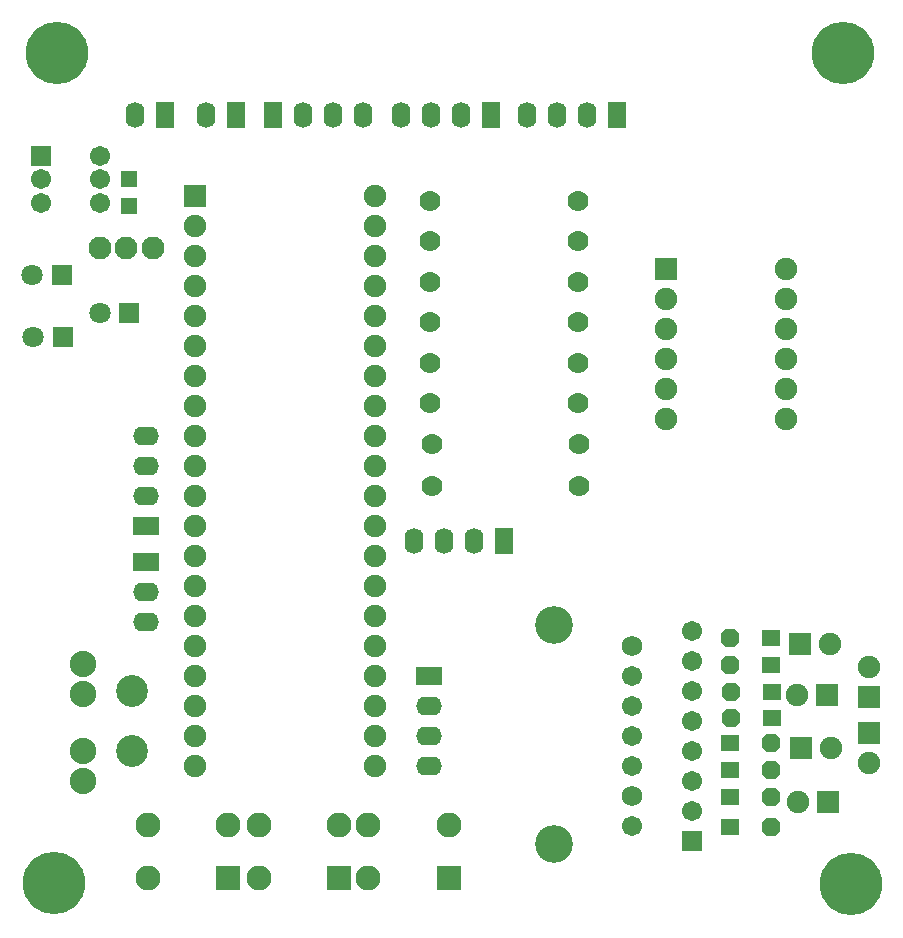
<source format=gts>
G04 Layer_Color=8388736*
%FSLAX24Y24*%
%MOIN*%
G70*
G01*
G75*
G04:AMPARAMS|DCode=46|XSize=63mil|YSize=58mil|CornerRadius=0mil|HoleSize=0mil|Usage=FLASHONLY|Rotation=180.000|XOffset=0mil|YOffset=0mil|HoleType=Round|Shape=Octagon|*
%AMOCTAGOND46*
4,1,8,-0.0315,0.0145,-0.0315,-0.0145,-0.0170,-0.0290,0.0170,-0.0290,0.0315,-0.0145,0.0315,0.0145,0.0170,0.0290,-0.0170,0.0290,-0.0315,0.0145,0.0*
%
%ADD46OCTAGOND46*%

%ADD47R,0.0630X0.0580*%
%ADD48R,0.0580X0.0580*%
%ADD49O,0.0631X0.0867*%
%ADD50R,0.0631X0.0867*%
%ADD51C,0.0671*%
%ADD52C,0.0680*%
%ADD53C,0.1261*%
%ADD54R,0.0671X0.0671*%
%ADD55C,0.0700*%
%ADD56C,0.0880*%
%ADD57C,0.0749*%
%ADD58R,0.0749X0.0749*%
%ADD59C,0.2080*%
%ADD60R,0.0749X0.0749*%
%ADD61C,0.0769*%
%ADD62R,0.0710X0.0710*%
%ADD63C,0.0710*%
%ADD64O,0.0867X0.0631*%
%ADD65R,0.0867X0.0631*%
%ADD66C,0.1064*%
%ADD67C,0.0828*%
%ADD68R,0.0828X0.0828*%
D46*
X24425Y10150D02*
D03*
Y9250D02*
D03*
X24465Y8350D02*
D03*
Y7500D02*
D03*
X25775Y6650D02*
D03*
Y5750D02*
D03*
Y4850D02*
D03*
Y3850D02*
D03*
D47*
Y10150D02*
D03*
Y9250D02*
D03*
X25815Y8350D02*
D03*
Y7500D02*
D03*
X24425Y6650D02*
D03*
Y5750D02*
D03*
Y4850D02*
D03*
Y3850D02*
D03*
D48*
X4400Y24550D02*
D03*
X4400Y25450D02*
D03*
D49*
X13900Y13400D02*
D03*
X14900D02*
D03*
X15900D02*
D03*
X6950Y27600D02*
D03*
X4600D02*
D03*
X12200D02*
D03*
X11200D02*
D03*
X10200D02*
D03*
X17650D02*
D03*
X18650D02*
D03*
X19650D02*
D03*
X13450D02*
D03*
X14450D02*
D03*
X15450D02*
D03*
D50*
X16900Y13400D02*
D03*
X7950Y27600D02*
D03*
X5600D02*
D03*
X9200D02*
D03*
X20650D02*
D03*
X16450D02*
D03*
D51*
X21150Y5900D02*
D03*
Y6900D02*
D03*
Y7900D02*
D03*
Y8900D02*
D03*
Y3900D02*
D03*
X23150Y10400D02*
D03*
Y9400D02*
D03*
Y8400D02*
D03*
Y7400D02*
D03*
Y6400D02*
D03*
Y5400D02*
D03*
Y4400D02*
D03*
X3434Y25450D02*
D03*
Y26237D02*
D03*
X1466Y24663D02*
D03*
Y25450D02*
D03*
X3434Y24663D02*
D03*
D52*
X21150Y9900D02*
D03*
Y4900D02*
D03*
D53*
X18550Y10600D02*
D03*
Y3300D02*
D03*
D54*
X23150Y3400D02*
D03*
X1466Y26237D02*
D03*
D55*
X19401Y15241D02*
D03*
X14479D02*
D03*
X19401Y16641D02*
D03*
X14479D02*
D03*
X19351Y17991D02*
D03*
X14429D02*
D03*
X19351Y19341D02*
D03*
X14429D02*
D03*
X19351Y20691D02*
D03*
X14429D02*
D03*
X19351Y22041D02*
D03*
X14429D02*
D03*
X19351Y23391D02*
D03*
X14429D02*
D03*
X19351Y24741D02*
D03*
X14429D02*
D03*
D56*
X2850Y8300D02*
D03*
Y9300D02*
D03*
Y6400D02*
D03*
Y5400D02*
D03*
D57*
X12600Y5900D02*
D03*
Y6900D02*
D03*
Y7900D02*
D03*
Y8900D02*
D03*
Y9900D02*
D03*
Y10900D02*
D03*
Y11900D02*
D03*
Y12900D02*
D03*
Y13900D02*
D03*
Y14900D02*
D03*
Y15900D02*
D03*
Y16900D02*
D03*
Y17900D02*
D03*
Y18900D02*
D03*
Y19900D02*
D03*
Y20900D02*
D03*
Y21900D02*
D03*
Y22900D02*
D03*
Y23900D02*
D03*
Y24900D02*
D03*
X6600Y5900D02*
D03*
Y6900D02*
D03*
Y7900D02*
D03*
Y8900D02*
D03*
Y9900D02*
D03*
Y10900D02*
D03*
Y11900D02*
D03*
Y12900D02*
D03*
Y13900D02*
D03*
Y14900D02*
D03*
Y15900D02*
D03*
Y16900D02*
D03*
Y17900D02*
D03*
Y18900D02*
D03*
Y19900D02*
D03*
Y20900D02*
D03*
Y21900D02*
D03*
Y22900D02*
D03*
Y23900D02*
D03*
X29050Y6000D02*
D03*
Y9200D02*
D03*
X26700Y4700D02*
D03*
X27800Y6500D02*
D03*
X26650Y8250D02*
D03*
X27750Y9950D02*
D03*
X26300Y22450D02*
D03*
Y21450D02*
D03*
Y20450D02*
D03*
Y19450D02*
D03*
Y18450D02*
D03*
Y17450D02*
D03*
X22300D02*
D03*
Y18450D02*
D03*
Y19450D02*
D03*
Y20450D02*
D03*
Y21450D02*
D03*
D58*
X6600Y24900D02*
D03*
X27700Y4700D02*
D03*
X26800Y6500D02*
D03*
X27650Y8250D02*
D03*
X26750Y9950D02*
D03*
D59*
X28450Y1950D02*
D03*
X2000Y29650D02*
D03*
X28200D02*
D03*
X1900Y2000D02*
D03*
D60*
X29050Y7000D02*
D03*
Y8200D02*
D03*
X22300Y22450D02*
D03*
D61*
X3414Y23150D02*
D03*
X4300D02*
D03*
X5186D02*
D03*
D62*
X2142Y22250D02*
D03*
X4400Y21000D02*
D03*
X2184Y20200D02*
D03*
D63*
X1158Y22250D02*
D03*
X3416Y21000D02*
D03*
X1200Y20200D02*
D03*
D64*
X4950Y16900D02*
D03*
Y15900D02*
D03*
Y14900D02*
D03*
X14400Y5900D02*
D03*
Y6900D02*
D03*
Y7900D02*
D03*
X4950Y11700D02*
D03*
Y10700D02*
D03*
D65*
Y13900D02*
D03*
X14400Y8900D02*
D03*
X4950Y12700D02*
D03*
D66*
X4500Y6400D02*
D03*
Y8400D02*
D03*
D67*
X8711Y2164D02*
D03*
Y3936D02*
D03*
X11389D02*
D03*
X5011Y2164D02*
D03*
Y3936D02*
D03*
X7689D02*
D03*
X12361Y2164D02*
D03*
Y3936D02*
D03*
X15039D02*
D03*
D68*
X11389Y2164D02*
D03*
X7689D02*
D03*
X15039D02*
D03*
M02*

</source>
